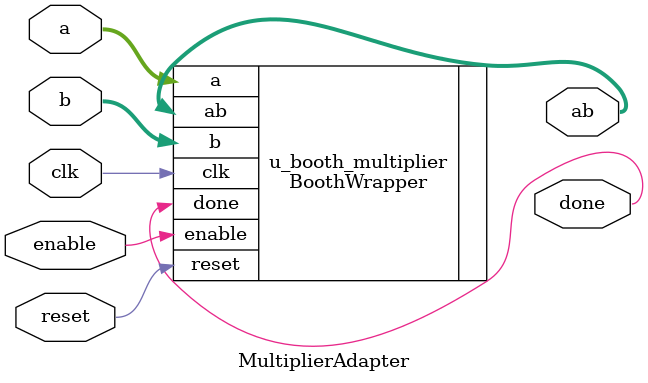
<source format=v>

module MultiplierAdapter #(
  parameter width = 128 // width of the output
) (
  input clk,
  input reset,
  input signed [width-1:0] a,        // First multiplication element, a
  input signed [width-1:0] b,        // Second multiplication element, b
  input enable,
  output signed [2*width-1:0] ab,         // Remainder, r
  output done
);

  // Chosen multiplication module
  // KaratsubaWrapper #(
  //   .width         (width),
  //   .stages     (3)
  // )
  // u_karatsuba_wrapper (
  //   .a(a),
  //   .b(b),
  //   .ab(ab),
  //   .clk(clk),
  //   .reset(reset),
  //   .enable(enable),
  //   .done(done)
  //   );

  BoothWrapper #(
    .width         (width)
  ) u_booth_multiplier (
    .a(a),
    .b(b),
    .ab(ab),
    .clk(clk),
    .reset(reset),
    .enable(enable),
    .done(done)
    );
  
endmodule
</source>
